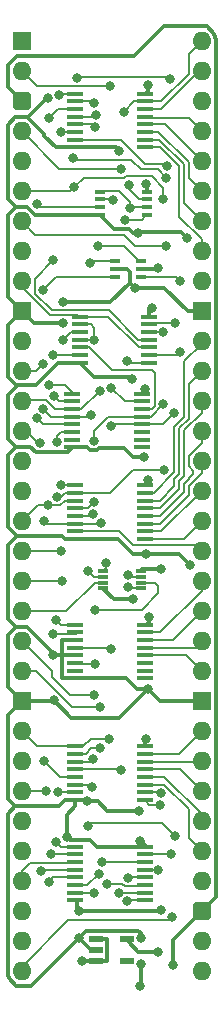
<source format=gtl>
%TF.GenerationSoftware,KiCad,Pcbnew,8.0.4*%
%TF.CreationDate,2024-08-19T17:17:05+02:00*%
%TF.ProjectId,HCP65 MPU Address Decode Wide,48435036-3520-44d5-9055-204164647265,V0*%
%TF.SameCoordinates,PX525bfc0PY43d3480*%
%TF.FileFunction,Copper,L1,Top*%
%TF.FilePolarity,Positive*%
%FSLAX46Y46*%
G04 Gerber Fmt 4.6, Leading zero omitted, Abs format (unit mm)*
G04 Created by KiCad (PCBNEW 8.0.4) date 2024-08-19 17:17:05*
%MOMM*%
%LPD*%
G01*
G04 APERTURE LIST*
G04 Aperture macros list*
%AMRoundRect*
0 Rectangle with rounded corners*
0 $1 Rounding radius*
0 $2 $3 $4 $5 $6 $7 $8 $9 X,Y pos of 4 corners*
0 Add a 4 corners polygon primitive as box body*
4,1,4,$2,$3,$4,$5,$6,$7,$8,$9,$2,$3,0*
0 Add four circle primitives for the rounded corners*
1,1,$1+$1,$2,$3*
1,1,$1+$1,$4,$5*
1,1,$1+$1,$6,$7*
1,1,$1+$1,$8,$9*
0 Add four rect primitives between the rounded corners*
20,1,$1+$1,$2,$3,$4,$5,0*
20,1,$1+$1,$4,$5,$6,$7,0*
20,1,$1+$1,$6,$7,$8,$9,0*
20,1,$1+$1,$8,$9,$2,$3,0*%
G04 Aperture macros list end*
%TA.AperFunction,SMDPad,CuDef*%
%ADD10R,0.875000X0.450000*%
%TD*%
%TA.AperFunction,SMDPad,CuDef*%
%ADD11R,0.850000X0.300000*%
%TD*%
%TA.AperFunction,SMDPad,CuDef*%
%ADD12R,1.450000X0.450000*%
%TD*%
%TA.AperFunction,ComponentPad*%
%ADD13R,1.600000X1.600000*%
%TD*%
%TA.AperFunction,ComponentPad*%
%ADD14O,1.600000X1.600000*%
%TD*%
%TA.AperFunction,ComponentPad*%
%ADD15RoundRect,0.400000X-0.400000X-0.400000X0.400000X-0.400000X0.400000X0.400000X-0.400000X0.400000X0*%
%TD*%
%TA.AperFunction,SMDPad,CuDef*%
%ADD16R,1.475000X0.450000*%
%TD*%
%TA.AperFunction,SMDPad,CuDef*%
%ADD17R,0.950000X0.450000*%
%TD*%
%TA.AperFunction,SMDPad,CuDef*%
%ADD18R,1.150000X0.600000*%
%TD*%
%TA.AperFunction,ViaPad*%
%ADD19C,0.800000*%
%TD*%
%TA.AperFunction,Conductor*%
%ADD20C,0.370000*%
%TD*%
%TA.AperFunction,Conductor*%
%ADD21C,0.200000*%
%TD*%
G04 APERTURE END LIST*
D10*
%TO.P,IC34,1,A*%
%TO.N,/A23*%
X7955000Y-18654000D03*
%TO.P,IC34,2,GND*%
%TO.N,/GND*%
X7955000Y-19304000D03*
%TO.P,IC34,3,B*%
%TO.N,/A22*%
X7955000Y-19954000D03*
%TO.P,IC34,4,Y*%
%TO.N,/~{A21+A22+A23}*%
X10079000Y-19954000D03*
%TO.P,IC34,5,3V*%
%TO.N,/3.3V*%
X10079000Y-19304000D03*
%TO.P,IC34,6,C*%
%TO.N,/A21*%
X10079000Y-18654000D03*
%TD*%
D11*
%TO.P,IC1,1,1A*%
%TO.N,/Native Latch*%
X6934000Y-44843000D03*
%TO.P,IC1,2,3Y*%
%TO.N,/Reset*%
X6934000Y-45343000D03*
%TO.P,IC1,3,2A*%
%TO.N,/A3*%
X6934000Y-45843000D03*
%TO.P,IC1,4,GND*%
%TO.N,/GND*%
X6934000Y-46343000D03*
%TO.P,IC1,5,2Y*%
%TO.N,/~{A3}*%
X10084000Y-46343000D03*
%TO.P,IC1,6,3A*%
%TO.N,/~{Reset}*%
X10084000Y-45843000D03*
%TO.P,IC1,7,1Y*%
%TO.N,/~{Native Latch}*%
X10084000Y-45343000D03*
%TO.P,IC1,8,3V*%
%TO.N,/3.3V*%
X10084000Y-44843000D03*
%TD*%
D12*
%TO.P,IC11,1,A0*%
%TO.N,/A19*%
X4314000Y-29856000D03*
%TO.P,IC11,2,A1*%
%TO.N,/A20*%
X4314000Y-30506000D03*
%TO.P,IC11,3,A2*%
%TO.N,/A21*%
X4314000Y-31156000D03*
%TO.P,IC11,4,~{E1}*%
%TO.N,/A23*%
X4314000Y-31806000D03*
%TO.P,IC11,5,~{E2}*%
%TO.N,/A22*%
X4314000Y-32456000D03*
%TO.P,IC11,6,E3*%
%TO.N,/Kernal Mode\u00B7Native Latch*%
X4314000Y-33106000D03*
%TO.P,IC11,7,~{Y7}*%
%TO.N,unconnected-(IC11-~{Y7}-Pad7)*%
X4314000Y-33756000D03*
%TO.P,IC11,8,GND*%
%TO.N,/GND*%
X4314000Y-34406000D03*
%TO.P,IC11,9,~{Y6}*%
%TO.N,unconnected-(IC11-~{Y6}-Pad9)*%
X10164000Y-34406000D03*
%TO.P,IC11,10,~{Y5}*%
%TO.N,unconnected-(IC11-~{Y5}-Pad10)*%
X10164000Y-33756000D03*
%TO.P,IC11,11,~{Y4}*%
%TO.N,unconnected-(IC11-~{Y4}-Pad11)*%
X10164000Y-33106000D03*
%TO.P,IC11,12,~{Y3}*%
%TO.N,/~{Device Group 128K}*%
X10164000Y-32456000D03*
%TO.P,IC11,13,~{Y2}*%
%TO.N,/~{Device Group 32K}*%
X10164000Y-31806000D03*
%TO.P,IC11,14,~{Y1}*%
%TO.N,/~{ROM}*%
X10164000Y-31156000D03*
%TO.P,IC11,15,~{Y0}*%
%TO.N,/~{RAM}*%
X10164000Y-30506000D03*
%TO.P,IC11,16,3V*%
%TO.N,/3.3V*%
X10164000Y-29856000D03*
%TD*%
%TO.P,IC39,1,A0*%
%TO.N,/A0*%
X10418000Y-72760000D03*
%TO.P,IC39,2,A1*%
%TO.N,/A1*%
X10418000Y-72110000D03*
%TO.P,IC39,3,A2*%
%TO.N,/A2*%
X10418000Y-71460000D03*
%TO.P,IC39,4,~{E1}*%
%TO.N,/~{SPECIAL}*%
X10418000Y-70810000D03*
%TO.P,IC39,5,~{E2}*%
%TO.N,/~{A3}*%
X10418000Y-70160000D03*
%TO.P,IC39,6,E3*%
%TO.N,/~{Reset}*%
X10418000Y-69510000D03*
%TO.P,IC39,7,~{Y7}*%
%TO.N,/~{Special _{CS}15}*%
X10418000Y-68860000D03*
%TO.P,IC39,8,GND*%
%TO.N,/GND*%
X10418000Y-68210000D03*
%TO.P,IC39,9,~{Y6}*%
%TO.N,/~{Special _{CS}14}*%
X4568000Y-68210000D03*
%TO.P,IC39,10,~{Y5}*%
%TO.N,/~{Special _{CS}13}*%
X4568000Y-68860000D03*
%TO.P,IC39,11,~{Y4}*%
%TO.N,/~{Special _{CS}12}*%
X4568000Y-69510000D03*
%TO.P,IC39,12,~{Y3}*%
%TO.N,/~{Special _{CS}11}*%
X4568000Y-70160000D03*
%TO.P,IC39,13,~{Y2}*%
%TO.N,/~{Special _{CS}10}*%
X4568000Y-70810000D03*
%TO.P,IC39,14,~{Y1}*%
%TO.N,/~{Special _{CS}9}*%
X4568000Y-71460000D03*
%TO.P,IC39,15,~{Y0}*%
%TO.N,/~{Special _{CS}8}*%
X4568000Y-72110000D03*
%TO.P,IC39,16,3V*%
%TO.N,/3.3V*%
X4568000Y-72760000D03*
%TD*%
%TO.P,IC38,1,A0*%
%TO.N,/A0*%
X4568000Y-59701000D03*
%TO.P,IC38,2,A1*%
%TO.N,/A1*%
X4568000Y-60351000D03*
%TO.P,IC38,3,A2*%
%TO.N,/A2*%
X4568000Y-61001000D03*
%TO.P,IC38,4,~{E1}*%
%TO.N,/~{SPECIAL}*%
X4568000Y-61651000D03*
%TO.P,IC38,5,~{E2}*%
%TO.N,/A3*%
X4568000Y-62301000D03*
%TO.P,IC38,6,E3*%
%TO.N,/~{Reset}*%
X4568000Y-62951000D03*
%TO.P,IC38,7,~{Y7}*%
%TO.N,/~{Special _{CS}7}*%
X4568000Y-63601000D03*
%TO.P,IC38,8,GND*%
%TO.N,/GND*%
X4568000Y-64251000D03*
%TO.P,IC38,9,~{Y6}*%
%TO.N,/~{Special _{CS}6}*%
X10418000Y-64251000D03*
%TO.P,IC38,10,~{Y5}*%
%TO.N,/~{Special _{CS}5}*%
X10418000Y-63601000D03*
%TO.P,IC38,11,~{Y4}*%
%TO.N,/~{Special _{CS}4}*%
X10418000Y-62951000D03*
%TO.P,IC38,12,~{Y3}*%
%TO.N,/~{Special _{CS}3}*%
X10418000Y-62301000D03*
%TO.P,IC38,13,~{Y2}*%
%TO.N,/~{Special _{CS}2}*%
X10418000Y-61651000D03*
%TO.P,IC38,14,~{Y1}*%
%TO.N,/~{Special _{CS}1}*%
X10418000Y-61001000D03*
%TO.P,IC38,15,~{Y0}*%
%TO.N,/~{Special _{CS}0}*%
X10418000Y-60351000D03*
%TO.P,IC38,16,3V*%
%TO.N,/3.3V*%
X10418000Y-59701000D03*
%TD*%
D13*
%TO.P,J2,1,Pin_1*%
%TO.N,/~{Device}*%
X0Y0D03*
D14*
%TO.P,J2,2,Pin_2*%
%TO.N,/Native Latch*%
X0Y-2540000D03*
D15*
%TO.P,J2,3,Pin_3*%
%TO.N,/5V*%
X0Y-5080000D03*
D14*
%TO.P,J2,4,Pin_4*%
%TO.N,/~{RAM_{CS}}*%
X0Y-7620000D03*
%TO.P,J2,5,Pin_5*%
%TO.N,/~{ROM_{CS}}*%
X0Y-10160000D03*
%TO.P,J2,6,Pin_6*%
%TO.N,/~{Device Group 32K}*%
X0Y-12700000D03*
%TO.P,J2,7,Pin_7*%
%TO.N,/~{Device Group 128K}*%
X0Y-15240000D03*
%TO.P,J2,8,Pin_8*%
%TO.N,/~{OTHER}*%
X0Y-17780000D03*
%TO.P,J2,9,Pin_9*%
%TO.N,/Kernal Mode*%
X0Y-20320000D03*
D13*
%TO.P,J2,10,Pin_10*%
%TO.N,/GND*%
X0Y-22860000D03*
D14*
%TO.P,J2,11,Pin_11*%
%TO.N,/A23*%
X0Y-25400000D03*
%TO.P,J2,12,Pin_12*%
%TO.N,/A22*%
X0Y-27940000D03*
%TO.P,J2,13,Pin_13*%
%TO.N,/A21*%
X0Y-30480000D03*
%TO.P,J2,14,Pin_14*%
%TO.N,/A20*%
X0Y-33020000D03*
%TO.P,J2,15,Pin_15*%
%TO.N,/A19*%
X0Y-35560000D03*
%TO.P,J2,16,Pin_16*%
%TO.N,/A18*%
X0Y-38100000D03*
%TO.P,J2,17,Pin_17*%
%TO.N,/A17*%
X0Y-40640000D03*
%TO.P,J2,18,Pin_18*%
%TO.N,/A16*%
X0Y-43180000D03*
%TO.P,J2,19,Pin_19*%
%TO.N,/A15*%
X0Y-45720000D03*
%TO.P,J2,20,Pin_20*%
%TO.N,/A3*%
X0Y-48260000D03*
%TO.P,J2,21,Pin_21*%
%TO.N,/A2*%
X0Y-50800000D03*
%TO.P,J2,22,Pin_22*%
%TO.N,/A1*%
X0Y-53340000D03*
D13*
%TO.P,J2,23,Pin_23*%
%TO.N,/GND*%
X0Y-55880000D03*
D14*
%TO.P,J2,24,Pin_24*%
%TO.N,/A0*%
X0Y-58420000D03*
%TO.P,J2,25,Pin_25*%
%TO.N,/~{Special _{CS}8}*%
X0Y-60960000D03*
%TO.P,J2,26,Pin_26*%
%TO.N,/~{Special _{CS}9}*%
X0Y-63500000D03*
%TO.P,J2,27,Pin_27*%
%TO.N,/~{Special _{CS}10}*%
X0Y-66040000D03*
%TO.P,J2,28,Pin_28*%
%TO.N,/~{Special _{CS}11}*%
X0Y-68580000D03*
%TO.P,J2,29,Pin_29*%
%TO.N,/~{Special _{CS}12}*%
X0Y-71120000D03*
%TO.P,J2,30,Pin_30*%
%TO.N,/~{Special _{CS}13}*%
X0Y-73660000D03*
%TO.P,J2,31,Pin_31*%
%TO.N,/~{Special _{CS}14}*%
X0Y-76200000D03*
%TO.P,J2,32,Pin_32*%
%TO.N,/~{Special _{CS}15}*%
X0Y-78740000D03*
%TO.P,J2,33,Pin_33*%
%TO.N,/~{Special _{CS}7}*%
X15240000Y-78740000D03*
%TO.P,J2,34,Pin_34*%
%TO.N,/~{Special _{CS}6}*%
X15240000Y-76200000D03*
D15*
%TO.P,J2,35,Pin_35*%
%TO.N,/5V*%
X15240000Y-73660000D03*
D14*
%TO.P,J2,36,Pin_36*%
%TO.N,/~{Special _{CS}5}*%
X15240000Y-71120000D03*
%TO.P,J2,37,Pin_37*%
%TO.N,/~{Special _{CS}4}*%
X15240000Y-68580000D03*
%TO.P,J2,38,Pin_38*%
%TO.N,/~{Special _{CS}3}*%
X15240000Y-66040000D03*
%TO.P,J2,39,Pin_39*%
%TO.N,/~{Special _{CS}2}*%
X15240000Y-63500000D03*
%TO.P,J2,40,Pin_40*%
%TO.N,/~{Special _{CS}1}*%
X15240000Y-60960000D03*
%TO.P,J2,41,Pin_41*%
%TO.N,/~{Special _{CS}0}*%
X15240000Y-58420000D03*
D13*
%TO.P,J2,42,Pin_42*%
%TO.N,/GND*%
X15240000Y-55880000D03*
D14*
%TO.P,J2,43,Pin_43*%
%TO.N,/~{Device _{CS}19}*%
X15240000Y-53340000D03*
%TO.P,J2,44,Pin_44*%
%TO.N,/~{Device _{CS}18}*%
X15240000Y-50800000D03*
%TO.P,J2,45,Pin_45*%
%TO.N,/~{Device _{CS}17}*%
X15240000Y-48260000D03*
%TO.P,J2,46,Pin_46*%
%TO.N,/~{Device _{CS}16}*%
X15240000Y-45720000D03*
%TO.P,J2,47,Pin_47*%
%TO.N,/~{Device _{CS}15}*%
X15240000Y-43180000D03*
%TO.P,J2,48,Pin_48*%
%TO.N,/~{Device _{CS}14}*%
X15240000Y-40640000D03*
%TO.P,J2,49,Pin_49*%
%TO.N,/~{Device _{CS}13}*%
X15240000Y-38100000D03*
%TO.P,J2,50,Pin_50*%
%TO.N,/~{Device _{CS}12}*%
X15240000Y-35560000D03*
%TO.P,J2,51,Pin_51*%
%TO.N,/~{Device _{CS}11}*%
X15240000Y-33020000D03*
%TO.P,J2,52,Pin_52*%
%TO.N,/~{Device _{CS}10}*%
X15240000Y-30480000D03*
%TO.P,J2,53,Pin_53*%
%TO.N,/~{Device _{CS}9}*%
X15240000Y-27940000D03*
%TO.P,J2,54,Pin_54*%
%TO.N,/~{Device _{CS}8}*%
X15240000Y-25400000D03*
D13*
%TO.P,J2,55,Pin_55*%
%TO.N,/GND*%
X15240000Y-22860000D03*
D14*
%TO.P,J2,56,Pin_56*%
%TO.N,/~{Device _{CS}7}*%
X15240000Y-20320000D03*
%TO.P,J2,57,Pin_57*%
%TO.N,/~{Device _{CS}6}*%
X15240000Y-17780000D03*
%TO.P,J2,58,Pin_58*%
%TO.N,/~{Device _{CS}5}*%
X15240000Y-15240000D03*
%TO.P,J2,59,Pin_59*%
%TO.N,/~{Device _{CS}4}*%
X15240000Y-12700000D03*
%TO.P,J2,60,Pin_60*%
%TO.N,/~{Device _{CS}3}*%
X15240000Y-10160000D03*
%TO.P,J2,61,Pin_61*%
%TO.N,/~{Device _{CS}2}*%
X15240000Y-7620000D03*
%TO.P,J2,62,Pin_62*%
%TO.N,/~{Reset}*%
X15240000Y-5080000D03*
%TO.P,J2,63,Pin_63*%
%TO.N,/~{Device _{CS}1}*%
X15240000Y-2540000D03*
%TO.P,J2,64,Pin_64*%
%TO.N,/~{SPECIAL}*%
X15240000Y0D03*
%TD*%
D12*
%TO.P,IC16,1,A0*%
%TO.N,/A15*%
X4568000Y-4456000D03*
%TO.P,IC16,2,A1*%
%TO.N,/A16*%
X4568000Y-5106000D03*
%TO.P,IC16,3,A2*%
%TO.N,/A17*%
X4568000Y-5756000D03*
%TO.P,IC16,4,~{E1}*%
%TO.N,/~{Device Group 32K}*%
X4568000Y-6406000D03*
%TO.P,IC16,5,~{E2}*%
%TO.N,/A18*%
X4568000Y-7056000D03*
%TO.P,IC16,6,E3*%
%TO.N,/~{Reset}*%
X4568000Y-7706000D03*
%TO.P,IC16,7,~{Y7}*%
%TO.N,/~{Device _{CS}7}*%
X4568000Y-8356000D03*
%TO.P,IC16,8,GND*%
%TO.N,/GND*%
X4568000Y-9006000D03*
%TO.P,IC16,9,~{Y6}*%
%TO.N,/~{Device _{CS}6}*%
X10418000Y-9006000D03*
%TO.P,IC16,10,~{Y5}*%
%TO.N,/~{Device _{CS}5}*%
X10418000Y-8356000D03*
%TO.P,IC16,11,~{Y4}*%
%TO.N,/~{Device _{CS}4}*%
X10418000Y-7706000D03*
%TO.P,IC16,12,~{Y3}*%
%TO.N,/~{Device _{CS}3}*%
X10418000Y-7056000D03*
%TO.P,IC16,13,~{Y2}*%
%TO.N,/~{Device _{CS}2}*%
X10418000Y-6406000D03*
%TO.P,IC16,14,~{Y1}*%
%TO.N,/~{Device _{CS}1}*%
X10418000Y-5756000D03*
%TO.P,IC16,15,~{Y0}*%
%TO.N,/~{SPECIAL}*%
X10418000Y-5106000D03*
%TO.P,IC16,16,3V*%
%TO.N,/3.3V*%
X10418000Y-4456000D03*
%TD*%
%TO.P,IC33,1,A0*%
%TO.N,/A17*%
X4568000Y-49414000D03*
%TO.P,IC33,2,A1*%
%TO.N,/A18*%
X4568000Y-50064000D03*
%TO.P,IC33,3,A2*%
%TO.N,/GND*%
X4568000Y-50714000D03*
%TO.P,IC33,4,~{E1}*%
%TO.N,/~{Device Group 128K}*%
X4568000Y-51364000D03*
%TO.P,IC33,5,~{E2}*%
%TO.N,/GND*%
X4568000Y-52014000D03*
%TO.P,IC33,6,E3*%
%TO.N,/~{Reset}*%
X4568000Y-52664000D03*
%TO.P,IC33,7,~{Y7}*%
%TO.N,unconnected-(IC33-~{Y7}-Pad7)*%
X4568000Y-53314000D03*
%TO.P,IC33,8,GND*%
%TO.N,/GND*%
X4568000Y-53964000D03*
%TO.P,IC33,9,~{Y6}*%
%TO.N,unconnected-(IC33-~{Y6}-Pad9)*%
X10418000Y-53964000D03*
%TO.P,IC33,10,~{Y5}*%
%TO.N,unconnected-(IC33-~{Y5}-Pad10)*%
X10418000Y-53314000D03*
%TO.P,IC33,11,~{Y4}*%
%TO.N,unconnected-(IC33-~{Y4}-Pad11)*%
X10418000Y-52664000D03*
%TO.P,IC33,12,~{Y3}*%
%TO.N,/~{Device _{CS}19}*%
X10418000Y-52014000D03*
%TO.P,IC33,13,~{Y2}*%
%TO.N,/~{Device _{CS}18}*%
X10418000Y-51364000D03*
%TO.P,IC33,14,~{Y1}*%
%TO.N,/~{Device _{CS}17}*%
X10418000Y-50714000D03*
%TO.P,IC33,15,~{Y0}*%
%TO.N,/~{Device _{CS}16}*%
X10418000Y-50064000D03*
%TO.P,IC33,16,3V*%
%TO.N,/3.3V*%
X10418000Y-49414000D03*
%TD*%
D16*
%TO.P,IC40,1,1A*%
%TO.N,/Kernal Mode*%
X4936000Y-23323000D03*
%TO.P,IC40,2,1B*%
%TO.N,/Native Latch*%
X4936000Y-23973000D03*
%TO.P,IC40,3,1Y*%
%TO.N,/Kernal Mode\u00B7Native Latch*%
X4936000Y-24623000D03*
%TO.P,IC40,4,2A*%
%TO.N,/Native Latch*%
X4936000Y-25273000D03*
%TO.P,IC40,5,2B*%
%TO.N,/~{ROM}*%
X4936000Y-25923000D03*
%TO.P,IC40,6,2Y*%
%TO.N,/~{ROM_{CS}}*%
X4936000Y-26573000D03*
%TO.P,IC40,7,GND*%
%TO.N,/GND*%
X4936000Y-27223000D03*
%TO.P,IC40,8,3Y*%
%TO.N,Net-(IC37B-2A)*%
X10812000Y-27223000D03*
%TO.P,IC40,9,3A*%
%TO.N,/~{A21+A22+A23}*%
X10812000Y-26573000D03*
%TO.P,IC40,10,3B*%
%TO.N,/Kernal Mode*%
X10812000Y-25923000D03*
%TO.P,IC40,11,4Y*%
%TO.N,/~{Device}*%
X10812000Y-25273000D03*
%TO.P,IC40,12,4A*%
%TO.N,/~{Device Group 32K}*%
X10812000Y-24623000D03*
%TO.P,IC40,13,4B*%
%TO.N,/~{Device Group 128K}*%
X10812000Y-23973000D03*
%TO.P,IC40,14,3V*%
%TO.N,/3.3V*%
X10812000Y-23323000D03*
%TD*%
D17*
%TO.P,IC37,1,1A*%
%TO.N,/~{Native Latch}*%
X6661000Y-12741000D03*
%TO.P,IC37,2,1B*%
%TO.N,/~{RAM}*%
X6661000Y-13391000D03*
%TO.P,IC37,3,2Y*%
%TO.N,/~{OTHER}*%
X6661000Y-14041000D03*
%TO.P,IC37,4,GND*%
%TO.N,/GND*%
X6661000Y-14691000D03*
%TO.P,IC37,5,2A*%
%TO.N,Net-(IC37B-2A)*%
X10611000Y-14691000D03*
%TO.P,IC37,6,2B*%
%TO.N,/~{Native Latch}*%
X10611000Y-14041000D03*
%TO.P,IC37,7,1Y*%
%TO.N,/~{RAM_{CS}}*%
X10611000Y-13391000D03*
%TO.P,IC37,8,VCC*%
%TO.N,/3.3V*%
X10611000Y-12741000D03*
%TD*%
D12*
%TO.P,IC32,1,A0*%
%TO.N,/A15*%
X4568000Y-37603000D03*
%TO.P,IC32,2,A1*%
%TO.N,/A16*%
X4568000Y-38253000D03*
%TO.P,IC32,3,A2*%
%TO.N,/A17*%
X4568000Y-38903000D03*
%TO.P,IC32,4,~{E1}*%
%TO.N,/~{Device Group 32K}*%
X4568000Y-39553000D03*
%TO.P,IC32,5,~{E2}*%
%TO.N,/Reset*%
X4568000Y-40203000D03*
%TO.P,IC32,6,E3*%
%TO.N,/A18*%
X4568000Y-40853000D03*
%TO.P,IC32,7,~{Y7}*%
%TO.N,/~{Device _{CS}15}*%
X4568000Y-41503000D03*
%TO.P,IC32,8,GND*%
%TO.N,/GND*%
X4568000Y-42153000D03*
%TO.P,IC32,9,~{Y6}*%
%TO.N,/~{Device _{CS}14}*%
X10418000Y-42153000D03*
%TO.P,IC32,10,~{Y5}*%
%TO.N,/~{Device _{CS}13}*%
X10418000Y-41503000D03*
%TO.P,IC32,11,~{Y4}*%
%TO.N,/~{Device _{CS}12}*%
X10418000Y-40853000D03*
%TO.P,IC32,12,~{Y3}*%
%TO.N,/~{Device _{CS}11}*%
X10418000Y-40203000D03*
%TO.P,IC32,13,~{Y2}*%
%TO.N,/~{Device _{CS}10}*%
X10418000Y-39553000D03*
%TO.P,IC32,14,~{Y1}*%
%TO.N,/~{Device _{CS}9}*%
X10418000Y-38903000D03*
%TO.P,IC32,15,~{Y0}*%
%TO.N,/~{Device _{CS}8}*%
X10418000Y-38253000D03*
%TO.P,IC32,16,3V*%
%TO.N,/3.3V*%
X10418000Y-37603000D03*
%TD*%
D18*
%TO.P,IC42,1,6VIn*%
%TO.N,/5V*%
X6320000Y-76012000D03*
%TO.P,IC42,2,GND*%
%TO.N,/GND*%
X6320000Y-76962000D03*
%TO.P,IC42,3,EN*%
%TO.N,/5V*%
X6320000Y-77912000D03*
%TO.P,IC42,4,ADJ*%
%TO.N,unconnected-(IC42-ADJ-Pad4)*%
X8920000Y-77912000D03*
%TO.P,IC42,5,3.3VOut*%
%TO.N,/3.3V*%
X8920000Y-76012000D03*
%TD*%
D19*
%TO.N,/GND*%
X5579594Y-64353129D03*
%TO.N,Net-(IC37B-2A)*%
X8765794Y-15115792D03*
X8936000Y-27113000D03*
%TO.N,/3.3V*%
X10541000Y-12130000D03*
X11557000Y-77095500D03*
X10668000Y-3748000D03*
X10414000Y-29464000D03*
X11049000Y-22561000D03*
X10541002Y-59085544D03*
X11810996Y-44704000D03*
X11519656Y-19236180D03*
X10795000Y-48768000D03*
X4826000Y-73660000D03*
X10668000Y-37149000D03*
X11811000Y-73584502D03*
%TO.N,/GND*%
X10033000Y-67691004D03*
X13969996Y-16637000D03*
X2730499Y-55816495D03*
X2667000Y-51943000D03*
X3513000Y-23898000D03*
X4825990Y-75946000D03*
X10105500Y-78105000D03*
X10540992Y-43434000D03*
X10105500Y-75945994D03*
X9336112Y-28577393D03*
X9588498Y-20891504D03*
X3513000Y-22098000D03*
X9894500Y-16288737D03*
X14224000Y-44323000D03*
X9906000Y-65151000D03*
X10394842Y-35231000D03*
X9398000Y-47244000D03*
X3846493Y-67352079D03*
X10033000Y-80010000D03*
X8274489Y-9301511D03*
X2224000Y-4804813D03*
X10668000Y-54864000D03*
%TO.N,/5V*%
X5080000Y-77851000D03*
X12826991Y-78232018D03*
%TO.N,/Native Latch*%
X7493000Y-3810000D03*
X6161000Y-25306303D03*
X7136000Y-44196000D03*
%TO.N,/Reset*%
X5588000Y-44831000D03*
X6094035Y-40036263D03*
%TO.N,/A3*%
X1905000Y-60960000D03*
%TO.N,/~{A3}*%
X9017000Y-46233621D03*
X11566528Y-70159999D03*
%TO.N,/~{Reset}*%
X3301999Y-7706000D03*
X12573000Y-3175000D03*
X6223000Y-48132990D03*
X6223000Y-52705000D03*
X4699000Y-3109992D03*
X5968840Y-63119161D03*
X6812000Y-69469000D03*
%TO.N,/~{Native Latch}*%
X9160245Y-14134465D03*
X9017000Y-45212000D03*
%TO.N,/A19*%
X2354592Y-29108566D03*
%TO.N,/A20*%
X2751367Y-30046032D03*
X1589000Y-34034117D03*
%TO.N,/A21*%
X6604000Y-29591000D03*
X6462939Y-17337000D03*
%TO.N,/A23*%
X1847989Y-31126219D03*
X5842000Y-31623000D03*
X5761000Y-18796000D03*
%TO.N,/A22*%
X1269101Y-31941629D03*
X1843000Y-21052500D03*
X1789366Y-27362808D03*
%TO.N,/Kernal Mode\u00B7Native Latch*%
X3513000Y-25273000D03*
X2989022Y-33909000D03*
%TO.N,/~{Device Group 128K}*%
X7577337Y-51435000D03*
X7536000Y-32581182D03*
X12954000Y-23876000D03*
X12947458Y-31511846D03*
X12214061Y-17337069D03*
%TO.N,/~{Device Group 32K}*%
X12014525Y-13385475D03*
X6096203Y-33857104D03*
X6286500Y-6286500D03*
X4435830Y-12385500D03*
X11999949Y-30734000D03*
X11999949Y-24637916D03*
X6096006Y-38989000D03*
%TO.N,/~{RAM}*%
X7577337Y-29361607D03*
X7747000Y-13462000D03*
%TO.N,/A15*%
X3186557Y-4533724D03*
X3428996Y-45720000D03*
X3302000Y-37592000D03*
%TO.N,/A16*%
X6096000Y-5207006D03*
X3364000Y-43179994D03*
X12065000Y-36322000D03*
X2989000Y-38600609D03*
X12252576Y-11574892D03*
X4318000Y-9906000D03*
%TO.N,/A17*%
X2208004Y-39263173D03*
X2348000Y-6477000D03*
X2921000Y-49022000D03*
%TO.N,/A18*%
X1905000Y-40640000D03*
X6219981Y-7284287D03*
X6736000Y-40803000D03*
X2667000Y-50165000D03*
%TO.N,/~{Device _{CS}7}*%
X12331870Y-10578039D03*
%TO.N,/~{SPECIAL}*%
X8409000Y-61721996D03*
X9026904Y-70825430D03*
X8636000Y-5969000D03*
%TO.N,/~{A21+A22+A23}*%
X13398264Y-20297000D03*
X13399949Y-26342111D03*
%TO.N,/~{OTHER}*%
X1304830Y-13755299D03*
%TO.N,/~{RAM_{CS}}*%
X9089504Y-12192000D03*
X8389336Y-10801511D03*
%TO.N,/A0*%
X7366000Y-59055000D03*
X8948111Y-72827498D03*
%TO.N,/A1*%
X6604000Y-56388000D03*
X8267956Y-72094426D03*
X6603998Y-59892685D03*
%TO.N,/A2*%
X6096000Y-55372000D03*
X6044133Y-60799391D03*
X7217109Y-71333999D03*
%TO.N,/~{Special _{CS}7}*%
X5588000Y-66421000D03*
X3122822Y-63543941D03*
X13015475Y-67310000D03*
%TO.N,/~{Special _{CS}6}*%
X11707000Y-64643000D03*
%TO.N,/~{Special _{CS}5}*%
X11811268Y-63648448D03*
%TO.N,/~{Special _{CS}15}*%
X12723000Y-74168000D03*
X12619287Y-68787713D03*
%TO.N,/~{Special _{CS}14}*%
X2921000Y-67818000D03*
%TO.N,/~{Special _{CS}13}*%
X2507298Y-68856274D03*
%TO.N,/~{Special _{CS}11}*%
X1629000Y-70294774D03*
%TO.N,/~{Special _{CS}10}*%
X2329000Y-71157218D03*
%TO.N,/~{Special _{CS}9}*%
X2073515Y-63505743D03*
X6550014Y-70485000D03*
%TO.N,/~{Special _{CS}8}*%
X6096358Y-72137374D03*
%TO.N,/~{ROM_{CS}}*%
X2646087Y-26604894D03*
%TO.N,/~{Device}*%
X2704830Y-18542008D03*
%TD*%
D20*
%TO.N,/GND*%
X10105500Y-79937500D02*
X10033000Y-80010000D01*
X10105500Y-78105000D02*
X10105500Y-79937500D01*
D21*
%TO.N,/~{Device _{CS}7}*%
X8389639Y-8356000D02*
X10471639Y-10438000D01*
%TO.N,/~{Device Group 32K}*%
X8699997Y-11551511D02*
X5269819Y-11551511D01*
%TO.N,/~{Device _{CS}7}*%
X10471639Y-10438000D02*
X12191831Y-10438000D01*
%TO.N,/~{Device Group 32K}*%
X5269819Y-11551511D02*
X4435830Y-12385500D01*
X8821508Y-11430000D02*
X8699997Y-11551511D01*
X11022950Y-11430000D02*
X8821508Y-11430000D01*
X12014525Y-13385475D02*
X12014525Y-12421575D01*
%TO.N,/~{RAM_{CS}}*%
X3181511Y-10801511D02*
X8389336Y-10801511D01*
%TO.N,/A16*%
X4463511Y-10051511D02*
X4318000Y-9906000D01*
%TO.N,/~{Device _{CS}7}*%
X4568000Y-8356000D02*
X8389639Y-8356000D01*
%TO.N,/A16*%
X9301345Y-10051511D02*
X4463511Y-10051511D01*
X10087834Y-10838000D02*
X9301345Y-10051511D01*
X11515684Y-10838000D02*
X10087834Y-10838000D01*
X12252576Y-11574892D02*
X11515684Y-10838000D01*
%TO.N,/~{Device Group 32K}*%
X12014525Y-12421575D02*
X11022950Y-11430000D01*
%TO.N,/~{RAM_{CS}}*%
X0Y-7620000D02*
X3181511Y-10801511D01*
D20*
%TO.N,/GND*%
X7978978Y-9006000D02*
X8274489Y-9301511D01*
X4568000Y-9006000D02*
X7978978Y-9006000D01*
D21*
%TO.N,/~{Device _{CS}7}*%
X12191831Y-10438000D02*
X12331870Y-10578039D01*
D20*
%TO.N,/GND*%
X5534941Y-34406000D02*
X4441000Y-34406000D01*
X5771045Y-34642104D02*
X5534941Y-34406000D01*
X6421361Y-34642104D02*
X5771045Y-34642104D01*
X6585660Y-34477805D02*
X6421361Y-34642104D01*
X8696805Y-34477805D02*
X6585660Y-34477805D01*
X9450000Y-35231000D02*
X8696805Y-34477805D01*
X10394842Y-35231000D02*
X9450000Y-35231000D01*
D21*
%TO.N,/A16*%
X9398000Y-36322000D02*
X12065000Y-36322000D01*
X7467000Y-38253000D02*
X9398000Y-36322000D01*
X3701661Y-38253000D02*
X7467000Y-38253000D01*
X3354052Y-38600609D02*
X3701661Y-38253000D01*
X2989000Y-38600609D02*
X3354052Y-38600609D01*
D20*
%TO.N,/GND*%
X4191004Y-57277000D02*
X2730499Y-55816495D01*
X8255000Y-57277000D02*
X4191004Y-57277000D01*
X10668000Y-54864000D02*
X8255000Y-57277000D01*
D21*
%TO.N,/A2*%
X2540000Y-53340000D02*
X2540000Y-53848000D01*
X0Y-50800000D02*
X2540000Y-53340000D01*
X2540000Y-53848000D02*
X4064000Y-55372000D01*
%TO.N,/A1*%
X4291950Y-56388000D02*
X6604000Y-56388000D01*
X1243950Y-53340000D02*
X4291950Y-56388000D01*
X0Y-53340000D02*
X1243950Y-53340000D01*
%TO.N,/A2*%
X4064000Y-55372000D02*
X6096000Y-55372000D01*
D20*
%TO.N,/GND*%
X0Y-55880000D02*
X2666994Y-55880000D01*
X2666994Y-55880000D02*
X2730499Y-55816495D01*
X7239000Y-65151000D02*
X9906000Y-65151000D01*
X6441129Y-64353129D02*
X7239000Y-65151000D01*
X5579594Y-64353129D02*
X6441129Y-64353129D01*
X5579594Y-64353129D02*
X5477465Y-64251000D01*
X5477465Y-64251000D02*
X4568000Y-64251000D01*
X-551253Y-64770000D02*
X-1186253Y-65405000D01*
X-1186253Y-65405000D02*
X-1186253Y-78858079D01*
X-551253Y-64770000D02*
X-1186253Y-64135000D01*
X3694000Y-64251000D02*
X3175000Y-64770000D01*
X4568000Y-64251000D02*
X3694000Y-64251000D01*
X3175000Y-64770000D02*
X-551253Y-64770000D01*
X-1186253Y-57066253D02*
X-1186253Y-64135000D01*
D21*
%TO.N,/~{Special _{CS}9}*%
X2067772Y-63500000D02*
X2073515Y-63505743D01*
X0Y-63500000D02*
X2067772Y-63500000D01*
%TO.N,/~{Special _{CS}7}*%
X3192493Y-63613612D02*
X3122822Y-63543941D01*
X4555388Y-63613612D02*
X3192493Y-63613612D01*
D20*
%TO.N,/GND*%
X10418000Y-68076004D02*
X10033000Y-67691004D01*
X10418000Y-68210000D02*
X10418000Y-68076004D01*
D21*
%TO.N,/~{A3}*%
X11566527Y-70160000D02*
X10545000Y-70160000D01*
X11566528Y-70159999D02*
X11566527Y-70160000D01*
%TO.N,Net-(IC37B-2A)*%
X9046000Y-27223000D02*
X8936000Y-27113000D01*
X10812000Y-27223000D02*
X9046000Y-27223000D01*
X10186208Y-15115792D02*
X8765794Y-15115792D01*
X10570000Y-14732000D02*
X10186208Y-15115792D01*
D20*
%TO.N,/3.3V*%
X10668000Y-4198000D02*
X10668000Y-3748000D01*
X10611000Y-12200000D02*
X10541000Y-12130000D01*
X4695000Y-73529000D02*
X4826000Y-73660000D01*
X9083000Y-76012000D02*
X9083000Y-76287658D01*
X10414000Y-4452000D02*
X10668000Y-4198000D01*
X10188000Y-44704000D02*
X11810996Y-44704000D01*
X9890842Y-77095500D02*
X11557000Y-77095500D01*
X4695000Y-72760000D02*
X4695000Y-73529000D01*
X11735502Y-73660000D02*
X11811000Y-73584502D01*
X10812000Y-22798000D02*
X11049000Y-22561000D01*
X4826000Y-73660000D02*
X11735502Y-73660000D01*
X10795000Y-49164000D02*
X10795000Y-48768000D01*
X10545000Y-49414000D02*
X10795000Y-49164000D01*
X10418000Y-59208546D02*
X10541002Y-59085544D01*
X10418000Y-59701000D02*
X10418000Y-59208546D01*
X10084000Y-44808000D02*
X10188000Y-44704000D01*
X10611000Y-12741000D02*
X10611000Y-12200000D01*
X9083000Y-76287658D02*
X9890842Y-77095500D01*
X10079000Y-19304000D02*
X11451836Y-19304000D01*
X11451836Y-19304000D02*
X11519656Y-19236180D01*
X10541000Y-37599000D02*
X10668000Y-37472000D01*
X10668000Y-37472000D02*
X10668000Y-37149000D01*
X10812000Y-23323000D02*
X10812000Y-22798000D01*
%TO.N,/GND*%
X-1097742Y-79342487D02*
X-430229Y-80010000D01*
X-516000Y-6435000D02*
X-1185000Y-7104000D01*
X9144000Y-20447000D02*
X9588498Y-20891498D01*
X-320844Y-29125000D02*
X1228000Y-29125000D01*
X-490844Y-34375000D02*
X758620Y-34375000D01*
X0Y-22860000D02*
X1038000Y-23898000D01*
X2738000Y-52014000D02*
X4568000Y-52014000D01*
X4695000Y-42153000D02*
X8193106Y-42153000D01*
X-490844Y-29125000D02*
X-1185000Y-28430844D01*
X7493000Y-22098000D02*
X3513000Y-22098000D01*
X4568000Y-50714000D02*
X3473000Y-50714000D01*
X4568000Y-64774000D02*
X4568000Y-64251000D01*
X-1185000Y-33680844D02*
X-1185000Y-29989156D01*
X7870792Y-15900792D02*
X9090952Y-15900792D01*
X758620Y-34375000D02*
X1204524Y-34820904D01*
X5805000Y-67600000D02*
X4094414Y-67600000D01*
X490844Y-49615000D02*
X-490844Y-49615000D01*
X9779000Y-54864000D02*
X8879000Y-53964000D01*
X490844Y-14055000D02*
X1126844Y-14691000D01*
X9979500Y-16203737D02*
X13536733Y-16203737D01*
X10105500Y-75552500D02*
X10105500Y-75945994D01*
X-1185000Y-54695000D02*
X0Y-55880000D01*
X1204524Y-34820904D02*
X3899096Y-34820904D01*
X0Y-22860000D02*
X-1185000Y-21675000D01*
X10668000Y-54864000D02*
X9779000Y-54864000D01*
X3473000Y-53964000D02*
X3458000Y-53949000D01*
X-1185000Y-41130844D02*
X-1185000Y-35069156D01*
X3130000Y-27223000D02*
X4936000Y-27223000D01*
X9880000Y-75327000D02*
X10105500Y-75552500D01*
X-1185000Y-42689156D02*
X-405844Y-41910000D01*
X3473000Y-50714000D02*
X3458000Y-50729000D01*
X10540992Y-43434000D02*
X13335000Y-43434000D01*
X-490844Y-14055000D02*
X490844Y-14055000D01*
X-1156266Y-79105046D02*
X-1097742Y-79342487D01*
X5444990Y-75327000D02*
X9880000Y-75327000D01*
X15240000Y-22860000D02*
X14070000Y-22860000D01*
X-1185000Y-50309156D02*
X-1185000Y-54695000D01*
X6320000Y-76962000D02*
X5841990Y-76962000D01*
X490844Y-6435000D02*
X555158Y-6435000D01*
X-490844Y-34375000D02*
X-1185000Y-33680844D01*
X8890500Y-19304000D02*
X9144000Y-19557500D01*
X9474106Y-43434000D02*
X10540992Y-43434000D01*
X13536733Y-16203737D02*
X13969996Y-16637000D01*
X-490844Y-49615000D02*
X-1185000Y-48920844D01*
X9144000Y-20447000D02*
X7493000Y-22098000D01*
X-1185000Y-29989156D02*
X-320844Y-29125000D01*
X2667000Y-51943000D02*
X2667000Y-51791156D01*
X1228000Y-29125000D02*
X3130000Y-27223000D01*
X-1185000Y-28430844D02*
X-1185000Y-24045000D01*
X2667000Y-51791156D02*
X490844Y-49615000D01*
X7955000Y-19304000D02*
X8890500Y-19304000D01*
X-430229Y-80010000D02*
X761990Y-80010000D01*
X-490844Y-49615000D02*
X-1185000Y-50309156D01*
X11684000Y-55880000D02*
X15240000Y-55880000D01*
X3846493Y-67352079D02*
X3846493Y-65495507D01*
X490844Y-6435000D02*
X-516000Y-6435000D01*
X1905000Y-8001000D02*
X1905000Y-7849156D01*
X7800000Y-47244000D02*
X9398000Y-47244000D01*
X555158Y-6435000D02*
X2185345Y-4804813D01*
X-320844Y-29125000D02*
X-490844Y-29125000D01*
X761990Y-80010000D02*
X4825990Y-75946000D01*
X14070000Y-22860000D02*
X12101504Y-20891504D01*
X3429000Y-41910000D02*
X3672000Y-42153000D01*
X6934000Y-46378000D02*
X7800000Y-47244000D01*
X1038000Y-23898000D02*
X3513000Y-23898000D01*
X9206719Y-28448000D02*
X9336112Y-28577393D01*
X8193106Y-42153000D02*
X9474106Y-43434000D01*
X3458000Y-50729000D02*
X3458000Y-51999000D01*
X9588498Y-20891498D02*
X9588498Y-20891504D01*
X3473000Y-52014000D02*
X4568000Y-52014000D01*
X3672000Y-42153000D02*
X4568000Y-42153000D01*
X-1185000Y-7104000D02*
X-1185000Y-13360844D01*
X-1185000Y-13360844D02*
X-490844Y-14055000D01*
X3899096Y-34820904D02*
X4314000Y-34406000D01*
X12101504Y-20891504D02*
X9588498Y-20891504D01*
X0Y-55880000D02*
X-1186253Y-57066253D01*
X4568000Y-9006000D02*
X2910000Y-9006000D01*
X-1185000Y-35069156D02*
X-490844Y-34375000D01*
X-1185000Y-14749156D02*
X-490844Y-14055000D01*
X-1186253Y-78858079D02*
X-1156266Y-79105046D01*
X-1185000Y-21675000D02*
X-1185000Y-14749156D01*
X1905000Y-7849156D02*
X490844Y-6435000D01*
X8879000Y-53964000D02*
X4695000Y-53964000D01*
X2910000Y-9006000D02*
X1905000Y-8001000D01*
X6415000Y-68210000D02*
X5805000Y-67600000D01*
X9144000Y-19557500D02*
X9144000Y-20447000D01*
X1126844Y-14691000D02*
X6661000Y-14691000D01*
X5841990Y-76962000D02*
X4825990Y-75946000D01*
X-1185000Y-24045000D02*
X0Y-22860000D01*
X-405844Y-41910000D02*
X-1185000Y-41130844D01*
X3458000Y-51999000D02*
X3473000Y-52014000D01*
X13335000Y-43434000D02*
X14224000Y-44323000D01*
X4936000Y-27223000D02*
X6161000Y-28448000D01*
X4825990Y-75946000D02*
X5444990Y-75327000D01*
X9090952Y-15900792D02*
X9478897Y-16288737D01*
X6161000Y-28448000D02*
X9206719Y-28448000D01*
X3458000Y-53949000D02*
X3458000Y-52029000D01*
X4094414Y-67600000D02*
X3846493Y-67352079D01*
X2667000Y-51943000D02*
X2738000Y-52014000D01*
X9478897Y-16288737D02*
X9894500Y-16288737D01*
X4568000Y-53964000D02*
X3473000Y-53964000D01*
X3846493Y-65495507D02*
X4568000Y-64774000D01*
X9894500Y-16288737D02*
X9979500Y-16203737D01*
X2185345Y-4804813D02*
X2224000Y-4804813D01*
X3458000Y-52029000D02*
X3473000Y-52014000D01*
X10545000Y-68210000D02*
X6415000Y-68210000D01*
X-405844Y-41910000D02*
X3429000Y-41910000D01*
X-1185000Y-48920844D02*
X-1185000Y-42689156D01*
X10668000Y-54864000D02*
X11684000Y-55880000D01*
X6661000Y-14691000D02*
X7870792Y-15900792D01*
%TO.N,/5V*%
X15240000Y-73660000D02*
X12826991Y-76073009D01*
X6320000Y-76012000D02*
X7265000Y-76012000D01*
X6320000Y-77912000D02*
X5141000Y-77912000D01*
X9525000Y-1270000D02*
X-405844Y-1270000D01*
X15240000Y-73660000D02*
X16432999Y-72467001D01*
X12826991Y-76073009D02*
X12826991Y-78232018D01*
X16337739Y602491D02*
X15670230Y1270000D01*
X16432999Y-72467001D02*
X16432999Y-16510000D01*
X12065000Y1270000D02*
X9525000Y-1270000D01*
X7280000Y-76027000D02*
X7280000Y-77897000D01*
X7265000Y-77912000D02*
X6320000Y-77912000D01*
X16396266Y365042D02*
X16337739Y602491D01*
X15670230Y1270000D02*
X12065000Y1270000D01*
X5141000Y-77912000D02*
X5080000Y-77851000D01*
X16432999Y-16510000D02*
X16426253Y-16503254D01*
X-1185000Y-2049156D02*
X-1185000Y-3895000D01*
X-405844Y-1270000D02*
X-1185000Y-2049156D01*
X7265000Y-76012000D02*
X7280000Y-76027000D01*
X16426253Y-16503254D02*
X16426253Y118080D01*
X16426253Y118080D02*
X16396266Y365042D01*
X-1185000Y-3895000D02*
X0Y-5080000D01*
X7280000Y-77897000D02*
X7265000Y-77912000D01*
D21*
%TO.N,/Native Latch*%
X6127697Y-25273000D02*
X6161000Y-25306303D01*
X6161000Y-24260500D02*
X6161000Y-25306303D01*
X6934000Y-44843000D02*
X7136000Y-44641000D01*
X4936000Y-23973000D02*
X5873500Y-23973000D01*
X7136000Y-44641000D02*
X7136000Y-44196000D01*
X0Y-2540000D02*
X1270000Y-3810000D01*
X1270000Y-3810000D02*
X7493000Y-3810000D01*
X4936000Y-25273000D02*
X6127697Y-25273000D01*
X5873500Y-23973000D02*
X6161000Y-24260500D01*
%TO.N,/Reset*%
X5927298Y-40203000D02*
X6094035Y-40036263D01*
X4695000Y-40203000D02*
X5927298Y-40203000D01*
X6100000Y-45343000D02*
X5588000Y-44831000D01*
X6934000Y-45343000D02*
X6100000Y-45343000D01*
%TO.N,/A3*%
X3246000Y-62301000D02*
X1905000Y-60960000D01*
X4568000Y-62301000D02*
X3246000Y-62301000D01*
X3783950Y-48260000D02*
X0Y-48260000D01*
X6200950Y-45843000D02*
X3783950Y-48260000D01*
X6934000Y-45843000D02*
X6200950Y-45843000D01*
%TO.N,/~{A3}*%
X10084000Y-46343000D02*
X9126379Y-46343000D01*
X9126379Y-46343000D02*
X9017000Y-46233621D01*
%TO.N,/~{Reset}*%
X6223000Y-52705000D02*
X4736000Y-52705000D01*
X10160010Y-48132990D02*
X6223000Y-48132990D01*
X4568000Y-7706000D02*
X3301999Y-7706000D01*
X4760992Y-3048000D02*
X12446000Y-3048000D01*
X11267000Y-45843000D02*
X11557000Y-46133000D01*
X11557000Y-46133000D02*
X11557000Y-46736000D01*
X10084000Y-45843000D02*
X11267000Y-45843000D01*
X10545000Y-69510000D02*
X6853000Y-69510000D01*
X11557000Y-46736000D02*
X10160010Y-48132990D01*
X12446000Y-3048000D02*
X12573000Y-3175000D01*
X6853000Y-69510000D02*
X6812000Y-69469000D01*
X4568000Y-62951000D02*
X5800679Y-62951000D01*
X4699000Y-3109992D02*
X4760992Y-3048000D01*
X5800679Y-62951000D02*
X5968840Y-63119161D01*
%TO.N,/~{Native Latch}*%
X9253710Y-14041000D02*
X9160245Y-14134465D01*
X9160245Y-13605245D02*
X9160245Y-14134465D01*
X6738898Y-12663102D02*
X8218102Y-12663102D01*
X8218102Y-12663102D02*
X9160245Y-13605245D01*
X9148000Y-45343000D02*
X9017000Y-45212000D01*
X10611000Y-14041000D02*
X9253710Y-14041000D01*
X10084000Y-45343000D02*
X9148000Y-45343000D01*
%TO.N,/A19*%
X3693566Y-29108566D02*
X2354592Y-29108566D01*
X4441000Y-29856000D02*
X3693566Y-29108566D01*
%TO.N,/A20*%
X3211335Y-30506000D02*
X2751367Y-30046032D01*
X4441000Y-30506000D02*
X3211335Y-30506000D01*
X365004Y-33020000D02*
X1379121Y-34034117D01*
X1379121Y-34034117D02*
X1589000Y-34034117D01*
%TO.N,/A21*%
X9866500Y-18560185D02*
X8643315Y-17337000D01*
X8643315Y-17337000D02*
X6462939Y-17337000D01*
X2068385Y-30353000D02*
X2871385Y-31156000D01*
X5039000Y-31156000D02*
X6604000Y-29591000D01*
X127000Y-30353000D02*
X2068385Y-30353000D01*
X2871385Y-31156000D02*
X5039000Y-31156000D01*
%TO.N,/A23*%
X5659000Y-31806000D02*
X5842000Y-31623000D01*
X5903000Y-18654000D02*
X5761000Y-18796000D01*
X1847989Y-31126219D02*
X2527770Y-31806000D01*
X7955000Y-18654000D02*
X5903000Y-18654000D01*
X2527770Y-31806000D02*
X5659000Y-31806000D01*
%TO.N,/A22*%
X1212174Y-27940000D02*
X1789366Y-27362808D01*
X4434775Y-32449775D02*
X1777247Y-32449775D01*
X0Y-27940000D02*
X1212174Y-27940000D01*
X2941500Y-19954000D02*
X1843000Y-21052500D01*
X7955000Y-19954000D02*
X2941500Y-19954000D01*
X1777247Y-32449775D02*
X1269101Y-31941629D01*
%TO.N,/Kernal Mode\u00B7Native Latch*%
X4936000Y-24623000D02*
X4163000Y-24623000D01*
X2989022Y-33459978D02*
X2989022Y-33909000D01*
X4441000Y-33106000D02*
X3343000Y-33106000D01*
X4163000Y-24623000D02*
X3513000Y-25273000D01*
X3343000Y-33106000D02*
X2989022Y-33459978D01*
%TO.N,/~{Device Group 128K}*%
X10909000Y-23876000D02*
X12954000Y-23876000D01*
X0Y-15240000D02*
X1145793Y-16385793D01*
X8638793Y-16385793D02*
X9590069Y-17337069D01*
X12003304Y-32456000D02*
X12947458Y-31511846D01*
X9590069Y-17337069D02*
X12214061Y-17337069D01*
X10291000Y-32456000D02*
X7661182Y-32456000D01*
X7506337Y-51364000D02*
X7577337Y-51435000D01*
X1145793Y-16385793D02*
X8638793Y-16385793D01*
X4695000Y-51364000D02*
X7506337Y-51364000D01*
X7661182Y-32456000D02*
X7536000Y-32581182D01*
X10164000Y-32456000D02*
X12003304Y-32456000D01*
%TO.N,/~{Device Group 32K}*%
X10291000Y-31806000D02*
X7321232Y-31806000D01*
X10164000Y-31806000D02*
X10927949Y-31806000D01*
X4121330Y-12700000D02*
X4435830Y-12385500D01*
X4568000Y-6406000D02*
X6167000Y-6406000D01*
X5587348Y-39553000D02*
X6096006Y-39044342D01*
X7321232Y-31806000D02*
X6096203Y-33031029D01*
X6096203Y-33031029D02*
X6096203Y-33857104D01*
X10812000Y-24623000D02*
X11985033Y-24623000D01*
X10927949Y-31806000D02*
X11999949Y-30734000D01*
X11985033Y-24623000D02*
X11999949Y-24637916D01*
X6096006Y-39044342D02*
X6096006Y-38989000D01*
X6167000Y-6406000D02*
X6286500Y-6286500D01*
X0Y-12700000D02*
X4121330Y-12700000D01*
X4695000Y-39553000D02*
X5587348Y-39553000D01*
%TO.N,/~{ROM}*%
X5754464Y-25923000D02*
X7644464Y-27813000D01*
X4936000Y-25923000D02*
X5754464Y-25923000D01*
X11049000Y-27813000D02*
X11303000Y-28067000D01*
X7644464Y-27813000D02*
X11049000Y-27813000D01*
X11299949Y-30868314D02*
X11012263Y-31156000D01*
X11303000Y-28067000D02*
X11303000Y-30440999D01*
X11299949Y-30444050D02*
X11299949Y-30868314D01*
X11012263Y-31156000D02*
X10291000Y-31156000D01*
X11303000Y-30440999D02*
X11299949Y-30444050D01*
%TO.N,/~{RAM}*%
X7676000Y-13391000D02*
X7747000Y-13462000D01*
X10291000Y-30506000D02*
X8721730Y-30506000D01*
X8721730Y-30506000D02*
X7577337Y-29361607D01*
X6661000Y-13391000D02*
X7676000Y-13391000D01*
%TO.N,/A15*%
X4568000Y-4456000D02*
X3264281Y-4456000D01*
X3313000Y-37603000D02*
X3302000Y-37592000D01*
X0Y-45720000D02*
X3428996Y-45720000D01*
X3264281Y-4456000D02*
X3186557Y-4533724D01*
X4695000Y-37603000D02*
X3313000Y-37603000D01*
%TO.N,/A16*%
X4568000Y-5106000D02*
X5994994Y-5106000D01*
X3363994Y-43180000D02*
X3364000Y-43179994D01*
X0Y-43180000D02*
X3363994Y-43180000D01*
X5994994Y-5106000D02*
X6096000Y-5207006D01*
%TO.N,/A17*%
X4695000Y-49414000D02*
X3313000Y-49414000D01*
X3069000Y-5756000D02*
X2348000Y-6477000D01*
X3278950Y-39300609D02*
X2245440Y-39300609D01*
X1376827Y-39263173D02*
X2208004Y-39263173D01*
X4695000Y-38903000D02*
X3676559Y-38903000D01*
X3676559Y-38903000D02*
X3278950Y-39300609D01*
X0Y-40640000D02*
X1376827Y-39263173D01*
X2245440Y-39300609D02*
X2208004Y-39263173D01*
X4568000Y-5756000D02*
X3069000Y-5756000D01*
X3313000Y-49414000D02*
X2921000Y-49022000D01*
%TO.N,/A18*%
X2118000Y-40853000D02*
X6686000Y-40853000D01*
X4568000Y-7056000D02*
X5991694Y-7056000D01*
X4594000Y-50165000D02*
X2667000Y-50165000D01*
X6686000Y-40853000D02*
X6736000Y-40803000D01*
X5991694Y-7056000D02*
X6219981Y-7284287D01*
X1905000Y-40640000D02*
X2118000Y-40853000D01*
%TO.N,/~{Device _{CS}6}*%
X11749782Y-9006000D02*
X13344020Y-10600238D01*
X15240000Y-16795635D02*
X15240000Y-17780000D01*
X13344020Y-10600238D02*
X13344020Y-14899655D01*
X13344020Y-14899655D02*
X15240000Y-16795635D01*
X10418000Y-9006000D02*
X11749782Y-9006000D01*
%TO.N,/~{Device _{CS}5}*%
X13744020Y-13744020D02*
X15240000Y-15240000D01*
X13744020Y-10434553D02*
X13744020Y-13744020D01*
X11665467Y-8356000D02*
X13744020Y-10434553D01*
X10418000Y-8356000D02*
X11665467Y-8356000D01*
%TO.N,/~{Device _{CS}4}*%
X14144020Y-10268868D02*
X14144020Y-11604020D01*
X11581152Y-7706000D02*
X14144020Y-10268868D01*
X10418000Y-7706000D02*
X11581152Y-7706000D01*
X14144020Y-11604020D02*
X15240000Y-12700000D01*
%TO.N,/~{Device _{CS}3}*%
X12136000Y-7056000D02*
X15240000Y-10160000D01*
X10418000Y-7056000D02*
X12136000Y-7056000D01*
%TO.N,/~{Device _{CS}2}*%
X14151000Y-6531000D02*
X15240000Y-7620000D01*
X10468000Y-6531000D02*
X14151000Y-6531000D01*
%TO.N,/~{Device _{CS}1}*%
X11770000Y-5756000D02*
X10418000Y-5756000D01*
X14986000Y-2540000D02*
X11770000Y-5756000D01*
%TO.N,/~{SPECIAL}*%
X14140000Y-1100000D02*
X15240000Y0D01*
X10418000Y-5106000D02*
X9499000Y-5106000D01*
X10418000Y-5106000D02*
X11785000Y-5106000D01*
X14140000Y-2751000D02*
X14140000Y-1100000D01*
X4568000Y-61651000D02*
X8338004Y-61651000D01*
X10545000Y-70810000D02*
X9042334Y-70810000D01*
X11785000Y-5106000D02*
X14140000Y-2751000D01*
X9042334Y-70810000D02*
X9026904Y-70825430D01*
X8338004Y-61651000D02*
X8409000Y-61721996D01*
X9499000Y-5106000D02*
X8636000Y-5969000D01*
%TO.N,/~{Device _{CS}15}*%
X14738000Y-42678000D02*
X15240000Y-43180000D01*
X4695000Y-41503000D02*
X8229000Y-41503000D01*
X9404000Y-42678000D02*
X14738000Y-42678000D01*
X8229000Y-41503000D02*
X9404000Y-42678000D01*
%TO.N,/~{Device _{CS}14}*%
X13727000Y-42153000D02*
X15240000Y-40640000D01*
X10545000Y-42153000D02*
X13727000Y-42153000D01*
%TO.N,/~{Device _{CS}13}*%
X10545000Y-41503000D02*
X11837000Y-41503000D01*
X11837000Y-41503000D02*
X15240000Y-38100000D01*
%TO.N,/~{Device _{CS}12}*%
X15240000Y-36544365D02*
X15240000Y-35560000D01*
X10545000Y-40853000D02*
X11724000Y-40853000D01*
X11724000Y-40853000D02*
X14140000Y-38437000D01*
X14140000Y-37644365D02*
X15240000Y-36544365D01*
X14140000Y-38437000D02*
X14140000Y-37644365D01*
%TO.N,/~{Device _{CS}11}*%
X11724000Y-40203000D02*
X13740000Y-38187000D01*
X14140000Y-36015635D02*
X14140000Y-35104365D01*
X10545000Y-40203000D02*
X11724000Y-40203000D01*
X14140000Y-35104365D02*
X15240000Y-34004365D01*
X15240000Y-34004365D02*
X15240000Y-33020000D01*
X13740000Y-37478673D02*
X14140002Y-37078671D01*
X14140000Y-37009746D02*
X14535000Y-36614745D01*
X13740000Y-38187000D02*
X13740000Y-37478673D01*
X14140002Y-37078671D02*
X14140000Y-37009746D01*
X14535000Y-36410635D02*
X14140000Y-36015635D01*
X14535000Y-36614745D02*
X14535000Y-36410635D01*
%TO.N,/~{Device _{CS}10}*%
X13740000Y-36844058D02*
X13740000Y-32964365D01*
X13740000Y-32964365D02*
X15240000Y-31464365D01*
X15240000Y-31464365D02*
X15240000Y-30480000D01*
X11724000Y-39553000D02*
X13340000Y-37937000D01*
X10545000Y-39553000D02*
X11724000Y-39553000D01*
X13340000Y-37244060D02*
X13740000Y-36844058D01*
X13340000Y-37937000D02*
X13340000Y-37244060D01*
%TO.N,/~{Device _{CS}9}*%
X14140000Y-31998679D02*
X14140000Y-29040000D01*
X12940000Y-37078374D02*
X13340000Y-36678373D01*
X14140000Y-29040000D02*
X15240000Y-27940000D01*
X10545000Y-38903000D02*
X11724000Y-38903000D01*
X13340000Y-32798679D02*
X14140000Y-31998679D01*
X12940000Y-37687000D02*
X12940000Y-37078374D01*
X11724000Y-38903000D02*
X12940000Y-37687000D01*
X13340000Y-36678373D02*
X13340000Y-32798679D01*
%TO.N,/~{Device _{CS}8}*%
X10545000Y-38253000D02*
X11199690Y-38253000D01*
X12940000Y-36512688D02*
X12940000Y-32633624D01*
X11199690Y-38253000D02*
X12940000Y-36512688D01*
X13740000Y-27119061D02*
X15240000Y-25619061D01*
X12940000Y-32633624D02*
X13740000Y-31833624D01*
X13740000Y-31833624D02*
X13740000Y-27119061D01*
%TO.N,/~{Device _{CS}19}*%
X10545000Y-52014000D02*
X13914000Y-52014000D01*
X13914000Y-52014000D02*
X15240000Y-53340000D01*
%TO.N,/~{Device _{CS}18}*%
X14676000Y-51364000D02*
X15240000Y-50800000D01*
X10545000Y-51364000D02*
X14676000Y-51364000D01*
%TO.N,/~{Device _{CS}17}*%
X12786000Y-50714000D02*
X15240000Y-48260000D01*
X10545000Y-50714000D02*
X12786000Y-50714000D01*
%TO.N,/~{Device _{CS}16}*%
X11724000Y-50064000D02*
X15240000Y-46548000D01*
X15240000Y-46548000D02*
X15240000Y-45720000D01*
X10545000Y-50064000D02*
X11724000Y-50064000D01*
%TO.N,/~{A21+A22+A23}*%
X10812000Y-26573000D02*
X13169060Y-26573000D01*
X13055264Y-19954000D02*
X13398264Y-20297000D01*
X10079000Y-19954000D02*
X13055264Y-19954000D01*
X13169060Y-26573000D02*
X13399949Y-26342111D01*
%TO.N,/~{OTHER}*%
X6661000Y-14041000D02*
X1590531Y-14041000D01*
X1590531Y-14041000D02*
X1304830Y-13755299D01*
%TO.N,/~{RAM_{CS}}*%
X10611000Y-13391000D02*
X9936000Y-13391000D01*
X9089504Y-12544504D02*
X9089504Y-12192000D01*
X9936000Y-13391000D02*
X9089504Y-12544504D01*
%TO.N,/A0*%
X9015609Y-72760000D02*
X8948111Y-72827498D01*
X5196000Y-59701000D02*
X5842000Y-59055000D01*
X1281000Y-59701000D02*
X0Y-58420000D01*
X5842000Y-59055000D02*
X7366000Y-59055000D01*
X4568000Y-59701000D02*
X1281000Y-59701000D01*
X10545000Y-72760000D02*
X9015609Y-72760000D01*
%TO.N,/A1*%
X5904812Y-59892685D02*
X6603998Y-59892685D01*
X10545000Y-72110000D02*
X8283530Y-72110000D01*
X5446497Y-60351000D02*
X5904812Y-59892685D01*
X8283530Y-72110000D02*
X8267956Y-72094426D01*
X4568000Y-60351000D02*
X5446497Y-60351000D01*
%TO.N,/A2*%
X4568000Y-61001000D02*
X5842524Y-61001000D01*
X10438998Y-71566002D02*
X8727049Y-71566002D01*
X8727049Y-71566002D02*
X8495046Y-71333999D01*
X8495046Y-71333999D02*
X7217109Y-71333999D01*
X5842524Y-61001000D02*
X6044133Y-60799391D01*
%TO.N,/~{Special _{CS}7}*%
X13015475Y-67310000D02*
X11934475Y-66229000D01*
X11934475Y-66229000D02*
X5780000Y-66229000D01*
X5780000Y-66229000D02*
X5588000Y-66421000D01*
%TO.N,/~{Special _{CS}6}*%
X10418000Y-64251000D02*
X10810000Y-64643000D01*
X10810000Y-64643000D02*
X11707000Y-64643000D01*
%TO.N,/~{Special _{CS}5}*%
X10418000Y-63601000D02*
X11763820Y-63601000D01*
X11763820Y-63601000D02*
X11811268Y-63648448D01*
%TO.N,/~{Special _{CS}4}*%
X14140000Y-64987230D02*
X12101218Y-62948448D01*
X12101218Y-62948448D02*
X10420552Y-62948448D01*
X14140000Y-67480000D02*
X14140000Y-64987230D01*
X15240000Y-68580000D02*
X14140000Y-67480000D01*
%TO.N,/~{Special _{CS}3}*%
X12066685Y-62301000D02*
X10418000Y-62301000D01*
X15240000Y-65474315D02*
X12066685Y-62301000D01*
%TO.N,/~{Special _{CS}2}*%
X15240000Y-63500000D02*
X13391000Y-61651000D01*
X13391000Y-61651000D02*
X10418000Y-61651000D01*
%TO.N,/~{Special _{CS}1}*%
X10418000Y-61001000D02*
X15199000Y-61001000D01*
%TO.N,/~{Special _{CS}0}*%
X13309000Y-60351000D02*
X15240000Y-58420000D01*
X10418000Y-60351000D02*
X13309000Y-60351000D01*
%TO.N,/~{Special _{CS}15}*%
X3937000Y-74422000D02*
X12469000Y-74422000D01*
X0Y-78359000D02*
X3937000Y-74422000D01*
X12469000Y-74422000D02*
X12723000Y-74168000D01*
X12547000Y-68860000D02*
X12619287Y-68787713D01*
X10545000Y-68860000D02*
X12547000Y-68860000D01*
%TO.N,/~{Special _{CS}14}*%
X4695000Y-68210000D02*
X3313000Y-68210000D01*
X3313000Y-68210000D02*
X2921000Y-67818000D01*
%TO.N,/~{Special _{CS}13}*%
X2511024Y-68860000D02*
X2507298Y-68856274D01*
X4695000Y-68860000D02*
X2511024Y-68860000D01*
%TO.N,/~{Special _{CS}12}*%
X0Y-70257050D02*
X0Y-71120000D01*
X4648726Y-69556274D02*
X700776Y-69556274D01*
X700776Y-69556274D02*
X0Y-70257050D01*
%TO.N,/~{Special _{CS}11}*%
X4695000Y-70160000D02*
X1763774Y-70160000D01*
X1763774Y-70160000D02*
X1629000Y-70294774D01*
%TO.N,/~{Special _{CS}10}*%
X4695000Y-70810000D02*
X2676218Y-70810000D01*
X2676218Y-70810000D02*
X2329000Y-71157218D01*
%TO.N,/~{Special _{CS}9}*%
X4695000Y-71460000D02*
X5575014Y-71460000D01*
X5575014Y-71460000D02*
X6550014Y-70485000D01*
%TO.N,/~{Special _{CS}8}*%
X4695000Y-72110000D02*
X6068984Y-72110000D01*
X6068984Y-72110000D02*
X6096358Y-72137374D01*
%TO.N,/Kernal Mode*%
X4936000Y-23323000D02*
X7356475Y-23323000D01*
X9956475Y-25923000D02*
X10812000Y-25923000D01*
X4811000Y-23198000D02*
X2370000Y-23198000D01*
X2370000Y-23198000D02*
X0Y-20828000D01*
X7356475Y-23323000D02*
X9956475Y-25923000D01*
%TO.N,/~{ROM_{CS}}*%
X4936000Y-26573000D02*
X2677981Y-26573000D01*
X2677981Y-26573000D02*
X2646087Y-26604894D01*
%TO.N,/~{Device}*%
X1143000Y-20103838D02*
X2704830Y-18542008D01*
X7399500Y-22798000D02*
X2557208Y-22798000D01*
X2557208Y-22798000D02*
X1143000Y-21383792D01*
X9874500Y-25273000D02*
X7399500Y-22798000D01*
X1143000Y-21383792D02*
X1143000Y-20103838D01*
X10812000Y-25273000D02*
X9874500Y-25273000D01*
D20*
%TO.N,/3.3V*%
X10287000Y-29591000D02*
X10414000Y-29464000D01*
X10287000Y-29852000D02*
X10287000Y-29591000D01*
%TD*%
M02*

</source>
